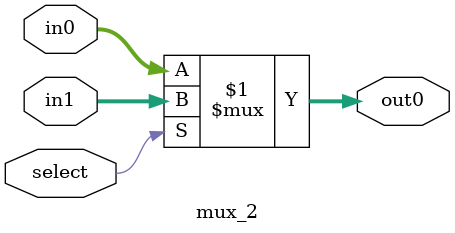
<source format=v>
module mux_2(out0, select, in0, in1);
    input select;
    input [31:0] in1, in0;
    output [31:0] out0;
    assign out0 = select ? in1 : in0;
endmodule
</source>
